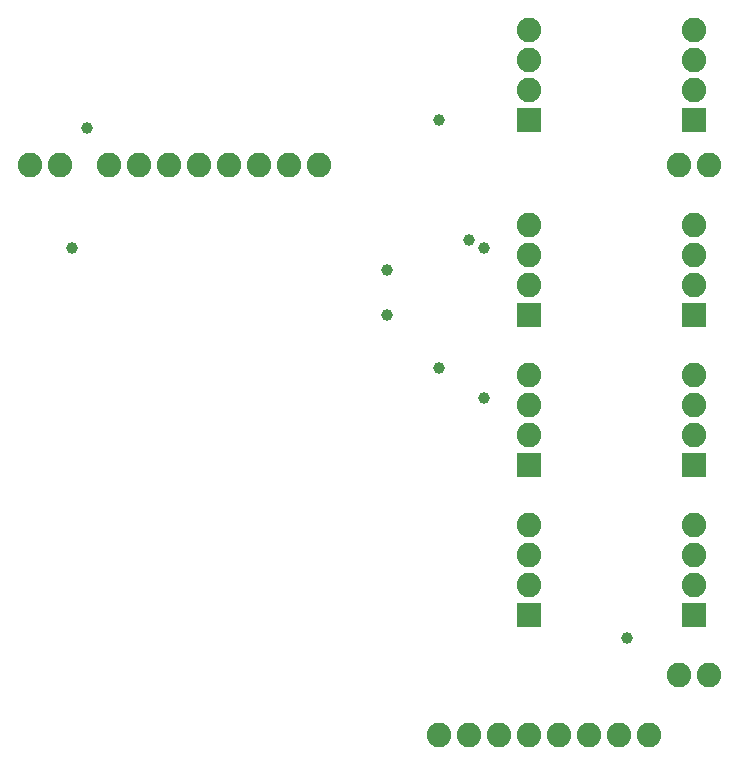
<source format=gbs>
G75*
%MOIN*%
%OFA0B0*%
%FSLAX25Y25*%
%IPPOS*%
%LPD*%
%AMOC8*
5,1,8,0,0,1.08239X$1,22.5*
%
%ADD10R,0.08200X0.08200*%
%ADD11C,0.08200*%
%ADD12C,0.03900*%
D10*
X0172900Y0051800D03*
X0172900Y0101800D03*
X0172900Y0151800D03*
X0227900Y0151800D03*
X0227900Y0101800D03*
X0227900Y0051800D03*
X0227900Y0216800D03*
X0172900Y0216800D03*
D11*
X0142900Y0011800D03*
X0152900Y0011800D03*
X0162900Y0011800D03*
X0172900Y0011800D03*
X0182900Y0011800D03*
X0192900Y0011800D03*
X0202900Y0011800D03*
X0212900Y0011800D03*
X0222900Y0031800D03*
X0232900Y0031800D03*
X0227900Y0061800D03*
X0227900Y0071800D03*
X0227900Y0081800D03*
X0227900Y0111800D03*
X0227900Y0121800D03*
X0227900Y0131800D03*
X0227900Y0161800D03*
X0227900Y0171800D03*
X0227900Y0181800D03*
X0222900Y0201800D03*
X0232900Y0201800D03*
X0227900Y0226800D03*
X0227900Y0236800D03*
X0227900Y0246800D03*
X0172900Y0246800D03*
X0172900Y0236800D03*
X0172900Y0226800D03*
X0172900Y0181800D03*
X0172900Y0171800D03*
X0172900Y0161800D03*
X0172900Y0131800D03*
X0172900Y0121800D03*
X0172900Y0111800D03*
X0172900Y0081800D03*
X0172900Y0071800D03*
X0172900Y0061800D03*
X0102900Y0201800D03*
X0092900Y0201800D03*
X0082900Y0201800D03*
X0072900Y0201800D03*
X0062900Y0201800D03*
X0052900Y0201800D03*
X0042900Y0201800D03*
X0032900Y0201800D03*
X0016400Y0201800D03*
X0006400Y0201800D03*
D12*
X0025400Y0214300D03*
X0020400Y0174300D03*
X0125400Y0166800D03*
X0125400Y0151800D03*
X0142900Y0134300D03*
X0157900Y0124300D03*
X0157900Y0174300D03*
X0152900Y0176800D03*
X0142900Y0216800D03*
X0205400Y0044300D03*
M02*

</source>
